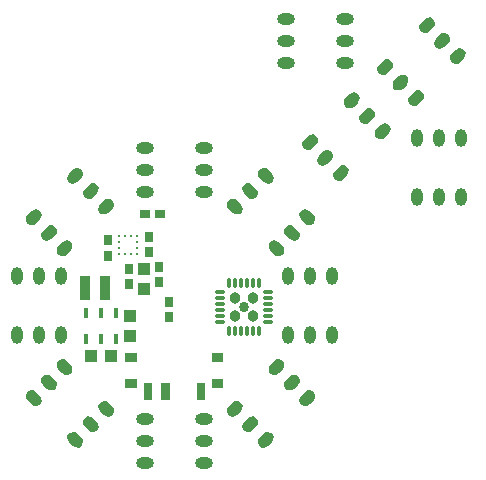
<source format=gtp>
G04 DipTrace 2.4.0.2*
%INmale.gtp*%
%MOMM*%
%ADD19O,0.85X0.86*%
%ADD21O,0.96X0.973*%
%ADD23O,1.0X0.28*%
%ADD24O,0.28X1.0*%
%ADD28R,0.4X0.9*%
%ADD31O,1.0X1.5*%
%ADD32R,1.1X1.0*%
%ADD33R,1.0X1.1*%
%ADD34R,0.85X2.0*%
%ADD36O,1.5X1.0*%
%ADD39R,0.9X0.7*%
%ADD40R,0.7X0.9*%
%ADD41R,0.25X0.275*%
%ADD42R,0.275X0.25*%
%FSLAX53Y53*%
G04*
G71*
G90*
G75*
G01*
%LNTopPaste*%
%LPD*%
D19*
X32475Y26369D3*
D21*
X31736Y27142D3*
X31726Y25579D3*
X33270Y27132D3*
X33279Y25575D3*
D23*
X30446Y27615D3*
Y27115D3*
Y26615D3*
Y26115D3*
Y25615D3*
Y25115D3*
D24*
X31246Y24315D3*
X31746D3*
X32246D3*
X32746D3*
X33246D3*
X33746D3*
D23*
X34546Y25115D3*
Y25615D3*
Y26115D3*
Y26615D3*
Y27115D3*
Y27615D3*
D24*
X33746Y28415D3*
X33246D3*
X32746D3*
X32246D3*
X31746D3*
X31246D3*
D28*
X19077Y23665D3*
X20377D3*
X21677D3*
Y25865D3*
X20377D3*
X19077D3*
D31*
X39930Y28985D3*
X38080D3*
X36230D3*
Y23985D3*
X38080D3*
X39930D3*
D32*
X19547Y22230D3*
X21247D3*
D33*
X22859Y25603D3*
Y23903D3*
D34*
X19022Y27923D3*
X20722D3*
G36*
X38389Y18482D2*
X38507Y18670D1*
X38532Y18891D1*
X38458Y19101D1*
X38301Y19259D1*
X38091Y19332D1*
X37870Y19307D1*
X37681Y19189D1*
X37328Y18835D1*
X37210Y18647D1*
X37185Y18426D1*
X37258Y18216D1*
X37415Y18058D1*
X37625Y17985D1*
X37847Y18010D1*
X38035Y18128D1*
X38389Y18482D1*
G37*
G36*
X37080Y19790D2*
X37199Y19978D1*
X37224Y20199D1*
X37150Y20409D1*
X36993Y20567D1*
X36783Y20640D1*
X36562Y20615D1*
X36373Y20497D1*
X36020Y20143D1*
X35901Y19955D1*
X35876Y19734D1*
X35950Y19524D1*
X36107Y19367D1*
X36317Y19293D1*
X36538Y19318D1*
X36727Y19436D1*
X37080Y19790D1*
G37*
G36*
X35772Y21098D2*
X35891Y21286D1*
X35916Y21508D1*
X35842Y21718D1*
X35685Y21875D1*
X35475Y21948D1*
X35254Y21924D1*
X35065Y21805D1*
X34712Y21452D1*
X34593Y21263D1*
X34568Y21042D1*
X34642Y20832D1*
X34799Y20675D1*
X35009Y20601D1*
X35230Y20626D1*
X35419Y20744D1*
X35772Y21098D1*
G37*
G36*
X32237Y17562D2*
X32355Y17751D1*
X32380Y17972D1*
X32307Y18182D1*
X32149Y18339D1*
X31939Y18413D1*
X31718Y18388D1*
X31530Y18270D1*
X31176Y17916D1*
X31058Y17728D1*
X31033Y17506D1*
X31106Y17296D1*
X31264Y17139D1*
X31474Y17066D1*
X31695Y17091D1*
X31883Y17209D1*
X32237Y17562D1*
G37*
G36*
X33545Y16254D2*
X33663Y16443D1*
X33688Y16664D1*
X33615Y16874D1*
X33457Y17031D1*
X33247Y17105D1*
X33026Y17080D1*
X32838Y16961D1*
X32484Y16608D1*
X32366Y16419D1*
X32341Y16198D1*
X32414Y15988D1*
X32572Y15831D1*
X32782Y15757D1*
X33003Y15782D1*
X33191Y15901D1*
X33545Y16254D1*
G37*
G36*
X34853Y14946D2*
X34971Y15135D1*
X34996Y15356D1*
X34923Y15566D1*
X34766Y15723D1*
X34555Y15797D1*
X34334Y15772D1*
X34146Y15653D1*
X33792Y15300D1*
X33674Y15111D1*
X33649Y14890D1*
X33723Y14680D1*
X33880Y14523D1*
X34090Y14449D1*
X34311Y14474D1*
X34499Y14593D1*
X34853Y14946D1*
G37*
D36*
X29121Y13176D3*
Y15026D3*
Y16876D3*
X24121D3*
Y15026D3*
Y13176D3*
G36*
X18388Y15653D2*
X18199Y15772D1*
X17978Y15797D1*
X17768Y15723D1*
X17611Y15566D1*
X17537Y15356D1*
X17562Y15135D1*
X17681Y14946D1*
X18034Y14593D1*
X18223Y14474D1*
X18444Y14449D1*
X18654Y14523D1*
X18811Y14680D1*
X18885Y14890D1*
X18860Y15111D1*
X18741Y15300D1*
X18388Y15653D1*
G37*
G36*
X19696Y16961D2*
X19507Y17080D1*
X19286Y17105D1*
X19076Y17031D1*
X18919Y16874D1*
X18845Y16664D1*
X18870Y16443D1*
X18989Y16254D1*
X19342Y15901D1*
X19531Y15782D1*
X19752Y15757D1*
X19962Y15831D1*
X20119Y15988D1*
X20193Y16198D1*
X20168Y16419D1*
X20049Y16608D1*
X19696Y16961D1*
G37*
G36*
X21004Y18270D2*
X20816Y18388D1*
X20594Y18413D1*
X20384Y18339D1*
X20227Y18182D1*
X20154Y17972D1*
X20179Y17751D1*
X20297Y17563D1*
X20650Y17209D1*
X20839Y17091D1*
X21060Y17066D1*
X21270Y17139D1*
X21427Y17296D1*
X21501Y17507D1*
X21476Y17728D1*
X21358Y17916D1*
X21004Y18270D1*
G37*
G36*
X17468Y21805D2*
X17280Y21924D1*
X17059Y21948D1*
X16849Y21875D1*
X16692Y21718D1*
X16618Y21508D1*
X16643Y21286D1*
X16761Y21098D1*
X17115Y20744D1*
X17303Y20626D1*
X17524Y20601D1*
X17735Y20675D1*
X17892Y20832D1*
X17965Y21042D1*
X17940Y21263D1*
X17822Y21452D1*
X17468Y21805D1*
G37*
G36*
X16160Y20497D2*
X15972Y20615D1*
X15751Y20640D1*
X15541Y20567D1*
X15383Y20409D1*
X15310Y20199D1*
X15335Y19978D1*
X15453Y19790D1*
X15807Y19436D1*
X15995Y19318D1*
X16216Y19293D1*
X16426Y19367D1*
X16584Y19524D1*
X16657Y19734D1*
X16632Y19955D1*
X16514Y20143D1*
X16160Y20497D1*
G37*
G36*
X14852Y19189D2*
X14664Y19307D1*
X14443Y19332D1*
X14233Y19259D1*
X14075Y19101D1*
X14002Y18891D1*
X14027Y18670D1*
X14145Y18482D1*
X14499Y18128D1*
X14687Y18010D1*
X14908Y17985D1*
X15118Y18058D1*
X15276Y18216D1*
X15349Y18426D1*
X15324Y18647D1*
X15206Y18835D1*
X14852Y19189D1*
G37*
D31*
X13311Y23985D3*
X15161D3*
X17011D3*
Y28985D3*
X15161D3*
X13311D3*
G36*
X14145Y34122D2*
X14027Y33934D1*
X14002Y33712D1*
X14075Y33502D1*
X14233Y33345D1*
X14443Y33272D1*
X14664Y33297D1*
X14852Y33415D1*
X15206Y33768D1*
X15324Y33957D1*
X15349Y34178D1*
X15276Y34388D1*
X15118Y34545D1*
X14908Y34619D1*
X14687Y34594D1*
X14499Y34476D1*
X14145Y34122D1*
G37*
G36*
X15453Y32814D2*
X15335Y32625D1*
X15310Y32404D1*
X15383Y32194D1*
X15541Y32037D1*
X15751Y31963D1*
X15972Y31988D1*
X16160Y32107D1*
X16514Y32460D1*
X16632Y32649D1*
X16657Y32870D1*
X16584Y33080D1*
X16426Y33237D1*
X16216Y33311D1*
X15995Y33286D1*
X15807Y33167D1*
X15453Y32814D1*
G37*
G36*
X16761Y31506D2*
X16643Y31317D1*
X16618Y31096D1*
X16692Y30886D1*
X16849Y30729D1*
X17059Y30655D1*
X17280Y30680D1*
X17469Y30799D1*
X17822Y31152D1*
X17940Y31341D1*
X17965Y31562D1*
X17892Y31772D1*
X17735Y31929D1*
X17525Y32003D1*
X17303Y31978D1*
X17115Y31859D1*
X16761Y31506D1*
G37*
G36*
X20297Y35041D2*
X20179Y34853D1*
X20154Y34632D1*
X20227Y34422D1*
X20384Y34264D1*
X20595Y34191D1*
X20816Y34216D1*
X21004Y34334D1*
X21358Y34688D1*
X21476Y34876D1*
X21501Y35097D1*
X21427Y35307D1*
X21270Y35465D1*
X21060Y35538D1*
X20839Y35513D1*
X20651Y35395D1*
X20297Y35041D1*
G37*
G36*
X18989Y36349D2*
X18870Y36161D1*
X18845Y35940D1*
X18919Y35730D1*
X19076Y35573D1*
X19286Y35499D1*
X19507Y35524D1*
X19696Y35642D1*
X20049Y35996D1*
X20168Y36184D1*
X20193Y36405D1*
X20119Y36615D1*
X19962Y36773D1*
X19752Y36846D1*
X19531Y36821D1*
X19342Y36703D1*
X18989Y36349D1*
G37*
G36*
X17681Y37658D2*
X17562Y37469D1*
X17537Y37248D1*
X17611Y37038D1*
X17768Y36881D1*
X17978Y36807D1*
X18199Y36832D1*
X18388Y36950D1*
X18741Y37304D1*
X18860Y37492D1*
X18885Y37714D1*
X18811Y37924D1*
X18654Y38081D1*
X18444Y38154D1*
X18223Y38130D1*
X18034Y38011D1*
X17681Y37658D1*
G37*
D36*
X24121Y39794D3*
Y37944D3*
Y36094D3*
X29121D3*
Y37944D3*
Y39794D3*
G36*
X34146Y36950D2*
X34334Y36832D1*
X34555Y36807D1*
X34765Y36881D1*
X34923Y37038D1*
X34996Y37248D1*
X34971Y37469D1*
X34853Y37658D1*
X34499Y38011D1*
X34311Y38130D1*
X34090Y38154D1*
X33880Y38081D1*
X33723Y37924D1*
X33649Y37714D1*
X33674Y37492D1*
X33792Y37304D1*
X34146Y36950D1*
G37*
G36*
X32838Y35642D2*
X33026Y35524D1*
X33247Y35499D1*
X33457Y35573D1*
X33615Y35730D1*
X33688Y35940D1*
X33663Y36161D1*
X33545Y36349D1*
X33191Y36703D1*
X33003Y36821D1*
X32782Y36846D1*
X32572Y36773D1*
X32414Y36615D1*
X32341Y36405D1*
X32366Y36184D1*
X32484Y35996D1*
X32838Y35642D1*
G37*
G36*
X31530Y34334D2*
X31718Y34216D1*
X31939Y34191D1*
X32149Y34264D1*
X32307Y34422D1*
X32380Y34632D1*
X32355Y34853D1*
X32237Y35041D1*
X31883Y35395D1*
X31695Y35513D1*
X31474Y35538D1*
X31264Y35465D1*
X31106Y35307D1*
X31033Y35097D1*
X31058Y34876D1*
X31176Y34688D1*
X31530Y34334D1*
G37*
G36*
X35065Y30799D2*
X35254Y30680D1*
X35475Y30655D1*
X35685Y30729D1*
X35842Y30886D1*
X35916Y31096D1*
X35891Y31317D1*
X35772Y31506D1*
X35419Y31859D1*
X35230Y31978D1*
X35009Y32003D1*
X34799Y31929D1*
X34642Y31772D1*
X34568Y31562D1*
X34593Y31341D1*
X34712Y31152D1*
X35065Y30799D1*
G37*
G36*
X36373Y32107D2*
X36562Y31988D1*
X36783Y31963D1*
X36993Y32037D1*
X37150Y32194D1*
X37224Y32404D1*
X37199Y32625D1*
X37080Y32814D1*
X36727Y33167D1*
X36538Y33286D1*
X36317Y33311D1*
X36107Y33237D1*
X35950Y33080D1*
X35876Y32870D1*
X35901Y32649D1*
X36020Y32460D1*
X36373Y32107D1*
G37*
G36*
X37681Y33415D2*
X37870Y33297D1*
X38091Y33272D1*
X38301Y33345D1*
X38458Y33502D1*
X38532Y33712D1*
X38507Y33934D1*
X38389Y34122D1*
X38035Y34476D1*
X37847Y34594D1*
X37625Y34619D1*
X37415Y34545D1*
X37258Y34388D1*
X37185Y34178D1*
X37209Y33957D1*
X37328Y33768D1*
X37681Y33415D1*
G37*
G36*
X30739Y20259D2*
Y19459D1*
X29739D1*
Y20259D1*
X30739D1*
G37*
G36*
Y22459D2*
Y21659D1*
X29739D1*
Y22459D1*
X30739D1*
G37*
G36*
X23439D2*
Y21659D1*
X22439D1*
Y22459D1*
X23439D1*
G37*
G36*
Y20259D2*
Y19459D1*
X22439D1*
Y20259D1*
X23439D1*
G37*
G36*
X24689Y19959D2*
Y18459D1*
X23989D1*
Y19959D1*
X24689D1*
G37*
G36*
X26189D2*
Y18459D1*
X25489D1*
Y19959D1*
X26189D1*
G37*
G36*
X29189D2*
Y18459D1*
X28489D1*
Y19959D1*
X29189D1*
G37*
G36*
X37540Y40486D2*
X37422Y40298D1*
X37397Y40077D1*
X37470Y39867D1*
X37628Y39709D1*
X37838Y39636D1*
X38059Y39661D1*
X38247Y39779D1*
X38601Y40133D1*
X38719Y40321D1*
X38744Y40542D1*
X38671Y40752D1*
X38513Y40910D1*
X38303Y40983D1*
X38082Y40958D1*
X37894Y40840D1*
X37540Y40486D1*
G37*
G36*
X38848Y39178D2*
X38730Y38990D1*
X38705Y38769D1*
X38778Y38559D1*
X38936Y38401D1*
X39146Y38328D1*
X39367Y38353D1*
X39555Y38471D1*
X39909Y38825D1*
X40027Y39013D1*
X40052Y39234D1*
X39979Y39444D1*
X39821Y39602D1*
X39611Y39675D1*
X39390Y39650D1*
X39202Y39532D1*
X38848Y39178D1*
G37*
G36*
X40156Y37870D2*
X40038Y37682D1*
X40013Y37460D1*
X40087Y37250D1*
X40244Y37093D1*
X40454Y37020D1*
X40675Y37045D1*
X40863Y37163D1*
X41217Y37516D1*
X41335Y37705D1*
X41360Y37926D1*
X41287Y38136D1*
X41129Y38293D1*
X40919Y38367D1*
X40698Y38342D1*
X40510Y38224D1*
X40156Y37870D1*
G37*
G36*
X43692Y41406D2*
X43573Y41217D1*
X43549Y40996D1*
X43622Y40786D1*
X43779Y40629D1*
X43989Y40555D1*
X44211Y40580D1*
X44399Y40698D1*
X44753Y41052D1*
X44871Y41240D1*
X44896Y41462D1*
X44822Y41672D1*
X44665Y41829D1*
X44455Y41902D1*
X44234Y41878D1*
X44045Y41759D1*
X43692Y41406D1*
G37*
G36*
X42384Y42714D2*
X42265Y42525D1*
X42240Y42304D1*
X42314Y42094D1*
X42471Y41937D1*
X42681Y41863D1*
X42902Y41888D1*
X43091Y42007D1*
X43444Y42360D1*
X43563Y42549D1*
X43588Y42770D1*
X43514Y42980D1*
X43357Y43137D1*
X43147Y43211D1*
X42926Y43186D1*
X42737Y43067D1*
X42384Y42714D1*
G37*
G36*
X41076Y44022D2*
X40957Y43833D1*
X40932Y43612D1*
X41006Y43402D1*
X41163Y43245D1*
X41373Y43171D1*
X41594Y43196D1*
X41783Y43315D1*
X42136Y43668D1*
X42255Y43857D1*
X42280Y44078D1*
X42206Y44288D1*
X42049Y44445D1*
X41839Y44519D1*
X41618Y44494D1*
X41429Y44375D1*
X41076Y44022D1*
G37*
G36*
X44965Y46497D2*
X45083Y46685D1*
X45108Y46906D1*
X45035Y47116D1*
X44877Y47274D1*
X44667Y47347D1*
X44446Y47322D1*
X44258Y47204D1*
X43904Y46850D1*
X43786Y46662D1*
X43761Y46441D1*
X43834Y46231D1*
X43992Y46073D1*
X44202Y46000D1*
X44423Y46025D1*
X44611Y46143D1*
X44965Y46497D1*
G37*
G36*
X46273Y45189D2*
X46391Y45377D1*
X46416Y45598D1*
X46343Y45808D1*
X46185Y45966D1*
X45975Y46039D1*
X45754Y46014D1*
X45566Y45896D1*
X45212Y45542D1*
X45094Y45354D1*
X45069Y45133D1*
X45142Y44923D1*
X45300Y44765D1*
X45510Y44692D1*
X45731Y44717D1*
X45919Y44835D1*
X46273Y45189D1*
G37*
G36*
X47581Y43880D2*
X47699Y44069D1*
X47724Y44290D1*
X47651Y44500D1*
X47493Y44657D1*
X47283Y44731D1*
X47062Y44706D1*
X46874Y44588D1*
X46520Y44234D1*
X46402Y44046D1*
X46377Y43824D1*
X46451Y43614D1*
X46608Y43457D1*
X46818Y43384D1*
X47039Y43409D1*
X47227Y43527D1*
X47581Y43880D1*
G37*
G36*
X51117Y47416D2*
X51235Y47604D1*
X51260Y47826D1*
X51186Y48036D1*
X51029Y48193D1*
X50819Y48266D1*
X50598Y48242D1*
X50409Y48123D1*
X50056Y47770D1*
X49937Y47581D1*
X49913Y47360D1*
X49986Y47150D1*
X50143Y46993D1*
X50353Y46919D1*
X50575Y46944D1*
X50763Y47062D1*
X51117Y47416D1*
G37*
G36*
X49808Y48724D2*
X49927Y48913D1*
X49952Y49134D1*
X49878Y49344D1*
X49721Y49501D1*
X49511Y49575D1*
X49290Y49550D1*
X49101Y49431D1*
X48748Y49078D1*
X48629Y48889D1*
X48604Y48668D1*
X48678Y48458D1*
X48835Y48301D1*
X49045Y48227D1*
X49266Y48252D1*
X49455Y48371D1*
X49808Y48724D1*
G37*
G36*
X48500Y50032D2*
X48619Y50221D1*
X48644Y50442D1*
X48570Y50652D1*
X48413Y50809D1*
X48203Y50883D1*
X47982Y50858D1*
X47793Y50739D1*
X47440Y50386D1*
X47321Y50197D1*
X47296Y49976D1*
X47370Y49766D1*
X47527Y49609D1*
X47737Y49535D1*
X47958Y49560D1*
X48147Y49679D1*
X48500Y50032D1*
G37*
D36*
X41010Y47035D3*
Y48885D3*
Y50735D3*
X36010D3*
Y48885D3*
Y47035D3*
D31*
X47170Y35633D3*
X49020D3*
X50870D3*
Y40633D3*
X49020D3*
X47170D3*
D39*
X24118Y34220D3*
X25418D3*
D40*
X24435Y32308D3*
Y31008D3*
X20945Y31991D3*
Y30691D3*
X25271Y29769D3*
Y28469D3*
X22744Y29606D3*
Y28306D3*
D33*
X24001Y29614D3*
Y27914D3*
D41*
X23417Y32350D3*
X22917D3*
X22417D3*
X21917D3*
D42*
Y31850D3*
Y31350D3*
D41*
Y30850D3*
X22417D3*
X22917D3*
X23417D3*
D42*
Y31350D3*
Y31850D3*
D40*
X26130Y26785D3*
Y25485D3*
M02*

</source>
